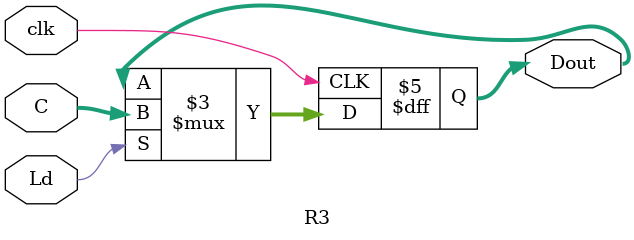
<source format=v>
`timescale 1ns / 1ps
module R3(clk,Ld,C,Dout);

	input clk;
	input Ld;
	input [15:0] C;
	output [15:0] Dout;
	
	reg [15:0] Dout=0;
	
	always@(posedge clk)
	begin
		if(Ld)
		begin
			Dout<=C;
		end
	end
	

endmodule

</source>
